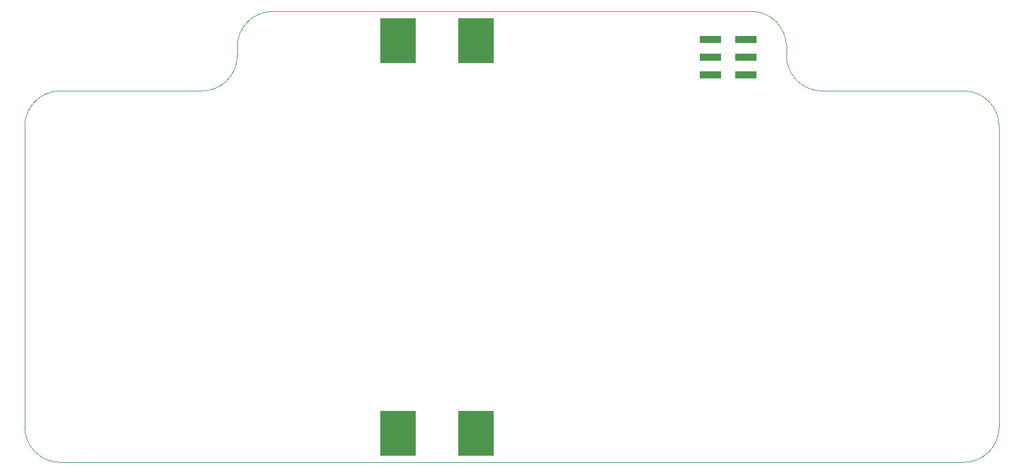
<source format=gbr>
%TF.GenerationSoftware,KiCad,Pcbnew,(6.0.4-0)*%
%TF.CreationDate,2022-09-29T15:47:50-04:00*%
%TF.ProjectId,pigame_pico,70696761-6d65-45f7-9069-636f2e6b6963,rev?*%
%TF.SameCoordinates,Original*%
%TF.FileFunction,Paste,Bot*%
%TF.FilePolarity,Positive*%
%FSLAX46Y46*%
G04 Gerber Fmt 4.6, Leading zero omitted, Abs format (unit mm)*
G04 Created by KiCad (PCBNEW (6.0.4-0)) date 2022-09-29 15:47:50*
%MOMM*%
%LPD*%
G01*
G04 APERTURE LIST*
%TA.AperFunction,Profile*%
%ADD10C,0.100000*%
%TD*%
%ADD11R,3.150000X1.000000*%
%ADD12R,5.100000X6.400000*%
G04 APERTURE END LIST*
D10*
X196850002Y-71120002D02*
X217170000Y-71120000D01*
X118110000Y-59690000D02*
X152400000Y-59690000D01*
X186690000Y-59690000D02*
X152400000Y-59690000D01*
X82550000Y-119380000D02*
G75*
G03*
X87630000Y-124460000I5080000J0D01*
G01*
X87630000Y-71120000D02*
X107950002Y-71120002D01*
X152400000Y-124460000D02*
X217170000Y-124460000D01*
X222250000Y-119380000D02*
X222250000Y-76200000D01*
X191770000Y-64770000D02*
X191770002Y-66040002D01*
X217170000Y-124460000D02*
G75*
G03*
X222250000Y-119380000I0J5080000D01*
G01*
X113030000Y-64770000D02*
X113030002Y-66040002D01*
X107950002Y-71120002D02*
G75*
G03*
X113030002Y-66040002I-2J5080002D01*
G01*
X191770000Y-64770000D02*
G75*
G03*
X186690000Y-59690000I-5080000J0D01*
G01*
X191769998Y-66040002D02*
G75*
G03*
X196850002Y-71120002I5080002J2D01*
G01*
X222250000Y-76200000D02*
G75*
G03*
X217170000Y-71120000I-5080000J0D01*
G01*
X82550000Y-76200000D02*
X82550000Y-119380000D01*
X87630000Y-71120000D02*
G75*
G03*
X82550000Y-76200000I0J-5080000D01*
G01*
X118110000Y-59690000D02*
G75*
G03*
X113030000Y-64770000I0J-5080000D01*
G01*
X152400000Y-124460000D02*
X87630000Y-124460000D01*
D11*
%TO.C,J2*%
X185913000Y-63754000D03*
X180863000Y-63754000D03*
X185913000Y-66294000D03*
X180863000Y-66294000D03*
X185913000Y-68834000D03*
X180863000Y-68834000D03*
%TD*%
D12*
%TO.C,J1*%
X147244000Y-120269000D03*
X147244000Y-63881000D03*
X136068000Y-63881000D03*
X136068000Y-120269000D03*
%TD*%
M02*

</source>
